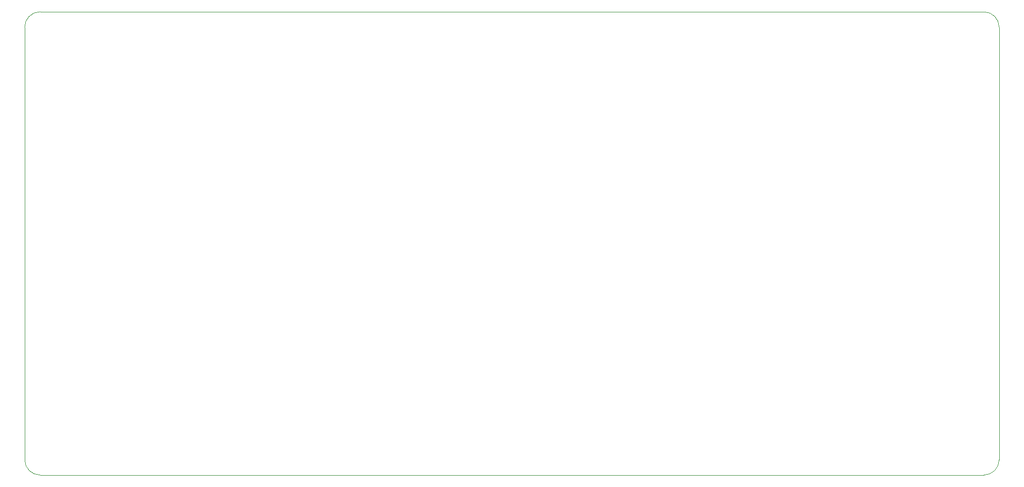
<source format=gbr>
%TF.GenerationSoftware,KiCad,Pcbnew,6.0.2+dfsg-1*%
%TF.CreationDate,2022-12-03T14:35:54-05:00*%
%TF.ProjectId,dragon-lair-fully-integrated,64726167-6f6e-42d6-9c61-69722d66756c,rev?*%
%TF.SameCoordinates,Original*%
%TF.FileFunction,Profile,NP*%
%FSLAX46Y46*%
G04 Gerber Fmt 4.6, Leading zero omitted, Abs format (unit mm)*
G04 Created by KiCad (PCBNEW 6.0.2+dfsg-1) date 2022-12-03 14:35:54*
%MOMM*%
%LPD*%
G01*
G04 APERTURE LIST*
%TA.AperFunction,Profile*%
%ADD10C,0.100000*%
%TD*%
G04 APERTURE END LIST*
D10*
X58420000Y-40640000D02*
G75*
G03*
X55880000Y-43180000I1J-2540001D01*
G01*
X215900000Y-43180000D02*
G75*
G03*
X213360000Y-40640000I-2540001J-1D01*
G01*
X213360000Y-40640000D02*
X58420000Y-40640000D01*
X215900000Y-114300000D02*
X215900000Y-43180000D01*
X58420000Y-116840000D02*
X213360000Y-116840000D01*
X55880000Y-43180000D02*
X55880000Y-114300000D01*
X55880000Y-114300000D02*
G75*
G03*
X58420000Y-116840000I2540001J1D01*
G01*
X213360000Y-116840000D02*
G75*
G03*
X215900000Y-114300000I-1J2540001D01*
G01*
M02*

</source>
